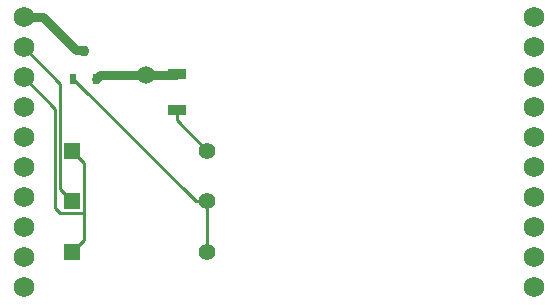
<source format=gbr>
%TF.GenerationSoftware,KiCad,Pcbnew,8.0.8*%
%TF.CreationDate,2025-03-02T20:22:43-05:00*%
%TF.ProjectId,VCU Charge Mode Signal Module V3.0,56435520-4368-4617-9267-65204d6f6465,rev?*%
%TF.SameCoordinates,Original*%
%TF.FileFunction,Copper,L1,Top*%
%TF.FilePolarity,Positive*%
%FSLAX46Y46*%
G04 Gerber Fmt 4.6, Leading zero omitted, Abs format (unit mm)*
G04 Created by KiCad (PCBNEW 8.0.8) date 2025-03-02 20:22:43*
%MOMM*%
%LPD*%
G01*
G04 APERTURE LIST*
%TA.AperFunction,ComponentPad*%
%ADD10R,1.397000X1.397000*%
%TD*%
%TA.AperFunction,ComponentPad*%
%ADD11C,1.397000*%
%TD*%
%TA.AperFunction,ComponentPad*%
%ADD12C,1.750000*%
%TD*%
%TA.AperFunction,SMDPad,CuDef*%
%ADD13R,1.600200X0.863600*%
%TD*%
%TA.AperFunction,SMDPad,CuDef*%
%ADD14R,0.558800X0.863600*%
%TD*%
%TA.AperFunction,ViaPad*%
%ADD15C,1.500000*%
%TD*%
%TA.AperFunction,Conductor*%
%ADD16C,0.750000*%
%TD*%
%TA.AperFunction,Conductor*%
%ADD17C,0.250000*%
%TD*%
%TA.AperFunction,Conductor*%
%ADD18C,0.200000*%
%TD*%
G04 APERTURE END LIST*
D10*
%TO.P,R2,1*%
%TO.N,Net-(J1-Pad2)*%
X26670000Y-38123400D03*
D11*
%TO.P,R2,2*%
%TO.N,Net-(U1-G)*%
X38100000Y-38123400D03*
%TD*%
D10*
%TO.P,R3,1*%
%TO.N,Net-(J1-Pad3)*%
X26670000Y-42400000D03*
D11*
%TO.P,R3,2*%
%TO.N,Net-(U1-G)*%
X38100000Y-42400000D03*
%TD*%
D12*
%TO.P,J1,1,1*%
%TO.N,Net-(U1-D)*%
X22550000Y-22550000D03*
%TO.P,J1,2,2*%
%TO.N,Net-(J1-Pad2)*%
X22550000Y-25090000D03*
%TO.P,J1,3,3*%
%TO.N,Net-(J1-Pad3)*%
X22550000Y-27630000D03*
%TO.P,J1,4,4*%
%TO.N,Net-(D1-A)*%
X22550000Y-30170000D03*
%TO.P,J1,5,5*%
%TO.N,unconnected-(J1-Pad5)*%
X22550000Y-32710000D03*
%TO.P,J1,6,6*%
%TO.N,unconnected-(J1-Pad6)*%
X22550000Y-35250000D03*
%TO.P,J1,7,7*%
%TO.N,unconnected-(J1-Pad7)*%
X22550000Y-37790000D03*
%TO.P,J1,8,8*%
%TO.N,unconnected-(J1-Pad8)*%
X22550000Y-40330000D03*
%TO.P,J1,9,9*%
%TO.N,unconnected-(J1-Pad9)*%
X22550000Y-42870000D03*
%TO.P,J1,10,10*%
%TO.N,unconnected-(J1-Pad10)*%
X22550000Y-45410000D03*
%TD*%
D13*
%TO.P,D1,1,K*%
%TO.N,Net-(D1-K)*%
X35500000Y-30400000D03*
%TO.P,D1,2,A*%
%TO.N,Net-(D1-A)*%
X35500000Y-27352000D03*
%TD*%
D14*
%TO.P,U1,1,G*%
%TO.N,Net-(U1-G)*%
X26750000Y-27750000D03*
%TO.P,U1,2,S*%
%TO.N,Net-(D1-A)*%
X28655000Y-27750000D03*
%TO.P,U1,3,D*%
%TO.N,Net-(U1-D)*%
X27702500Y-25362400D03*
%TD*%
D10*
%TO.P,R1,1*%
%TO.N,Net-(J1-Pad3)*%
X26670000Y-33846800D03*
D11*
%TO.P,R1,2*%
%TO.N,Net-(D1-K)*%
X38100000Y-33846800D03*
%TD*%
D12*
%TO.P,J2,1,1*%
%TO.N,N/C*%
X65730000Y-22550000D03*
%TO.P,J2,2,2*%
X65730000Y-25090000D03*
%TO.P,J2,3,3*%
X65730000Y-27630000D03*
%TO.P,J2,4,4*%
X65730000Y-30170000D03*
%TO.P,J2,5,5*%
X65730000Y-32710000D03*
%TO.P,J2,6,6*%
X65730000Y-35250000D03*
%TO.P,J2,7,7*%
X65730000Y-37790000D03*
%TO.P,J2,8,8*%
X65730000Y-40330000D03*
%TO.P,J2,9,9*%
X65730000Y-42870000D03*
%TO.P,J2,10,10*%
X65730000Y-45410000D03*
%TD*%
D15*
%TO.N,Net-(D1-A)*%
X32900000Y-27400000D03*
%TD*%
D16*
%TO.N,Net-(D1-A)*%
X29005000Y-27400000D02*
X28655000Y-27750000D01*
X32900000Y-27400000D02*
X29005000Y-27400000D01*
X32600000Y-27400000D02*
X32500000Y-27500000D01*
X32900000Y-27400000D02*
X35452000Y-27400000D01*
X32900000Y-27400000D02*
X32600000Y-27400000D01*
X35452000Y-27400000D02*
X35500000Y-27352000D01*
D17*
%TO.N,Net-(D1-K)*%
X35500000Y-30400000D02*
X35500000Y-31246800D01*
X35500000Y-31246800D02*
X38100000Y-33846800D01*
%TO.N,Net-(J1-Pad3)*%
X27693500Y-34870300D02*
X27693500Y-39146900D01*
X26670000Y-42400000D02*
X27693500Y-41376500D01*
X26670000Y-33846800D02*
X27693500Y-34870300D01*
X25196500Y-38696900D02*
X25196500Y-30276500D01*
X27693500Y-39146900D02*
X25646500Y-39146900D01*
X25646500Y-39146900D02*
X25196500Y-38696900D01*
X25196500Y-30276500D02*
X22550000Y-27630000D01*
X27693500Y-41376500D02*
X27693500Y-34870300D01*
%TO.N,Net-(J1-Pad2)*%
X22610000Y-25150000D02*
X22550000Y-25090000D01*
X26670000Y-38123400D02*
X25646500Y-37099900D01*
X25646500Y-28186500D02*
X22550000Y-25090000D01*
X25646500Y-37099900D02*
X25646500Y-28186500D01*
D16*
%TO.N,Net-(U1-D)*%
X27000050Y-25329200D02*
X24220850Y-22550000D01*
X27669300Y-25329200D02*
X27702500Y-25362400D01*
X27000050Y-25329200D02*
X27669300Y-25329200D01*
D18*
X22563800Y-22536200D02*
X22550000Y-22550000D01*
D16*
X24220850Y-22550000D02*
X22550000Y-22550000D01*
D17*
%TO.N,Net-(U1-G)*%
X37112172Y-38123400D02*
X26750000Y-27761228D01*
X26750000Y-27761228D02*
X26750000Y-27750000D01*
X38100000Y-38123400D02*
X37112172Y-38123400D01*
X38100000Y-38123400D02*
X38100000Y-42400000D01*
%TD*%
M02*

</source>
